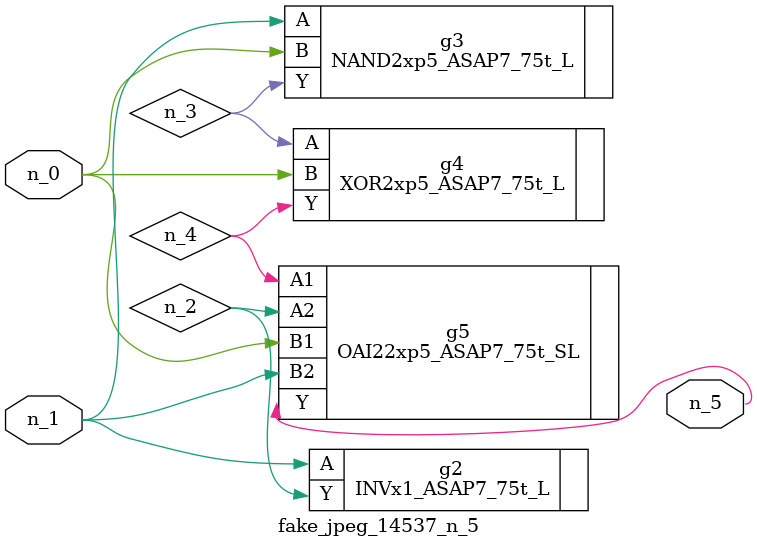
<source format=v>
module fake_jpeg_14537_n_5 (n_0, n_1, n_5);

input n_0;
input n_1;

output n_5;

wire n_2;
wire n_3;
wire n_4;

INVx1_ASAP7_75t_L g2 ( 
.A(n_1),
.Y(n_2)
);

NAND2xp5_ASAP7_75t_L g3 ( 
.A(n_1),
.B(n_0),
.Y(n_3)
);

XOR2xp5_ASAP7_75t_L g4 ( 
.A(n_3),
.B(n_0),
.Y(n_4)
);

OAI22xp5_ASAP7_75t_SL g5 ( 
.A1(n_4),
.A2(n_2),
.B1(n_0),
.B2(n_1),
.Y(n_5)
);


endmodule
</source>
